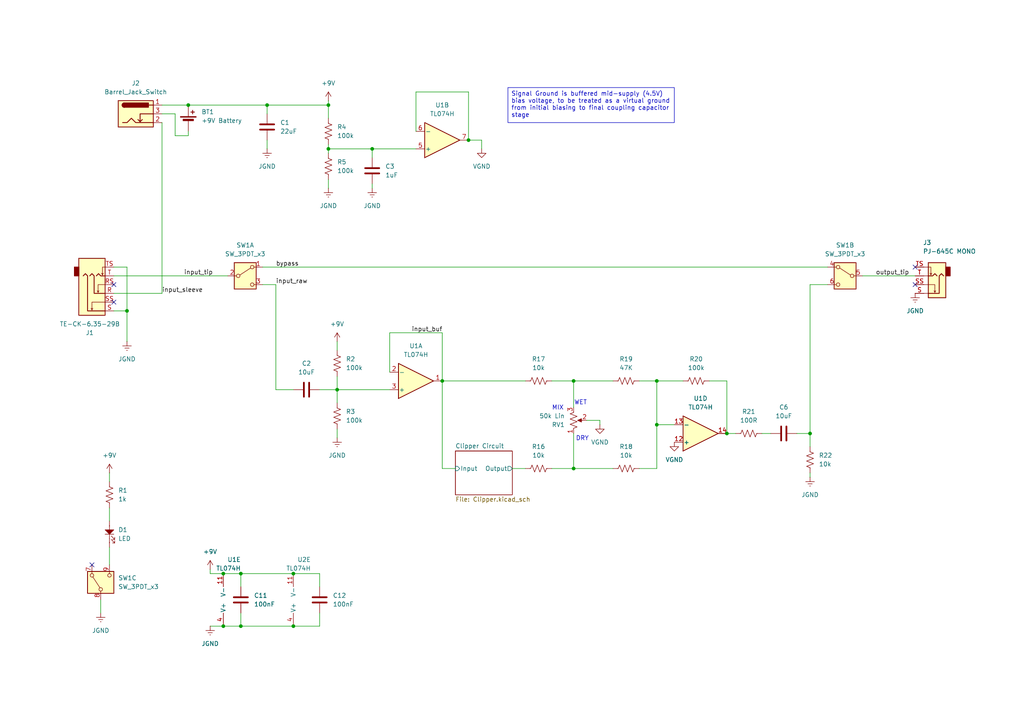
<source format=kicad_sch>
(kicad_sch (version 20250114) (generator "eeschema") (generator_version "9.0")
  (paper "A4")
  (title_block (title "Over-Complicated Distortion (OCD)") (date "2025-09-14") (rev "A") (company "Osprey Instruments"))
  (lib_symbols
    (symbol "Amplifier_Operational:TL074" (pin_names (offset 0.127))
      (property "Reference" "U" (at 0 5.08 0))
      (property "Value" "TL074" (at 0 -5.08 0))
      (symbol "TL074_1_1"
        (polyline (pts (xy -5.08 5.08) (xy 5.08 0) (xy -5.08 -5.08) (xy -5.08 5.08)) (stroke (width 0.254)) (fill (type background)))
        (pin input line (at -7.62 2.54 0) (length 2.54) (name "+") (number "3"))
        (pin input line (at -7.62 -2.54 0) (length 2.54) (name "-") (number "2"))
        (pin output line (at 7.62 0 180) (length 2.54) (name "~") (number "1"))
      )
      (symbol "TL074_2_1"
        (polyline (pts (xy -5.08 5.08) (xy 5.08 0) (xy -5.08 -5.08) (xy -5.08 5.08)) (stroke (width 0.254)) (fill (type background)))
        (pin input line (at -7.62 2.54 0) (length 2.54) (name "+") (number "5"))
        (pin input line (at -7.62 -2.54 0) (length 2.54) (name "-") (number "6"))
        (pin output line (at 7.62 0 180) (length 2.54) (name "~") (number "7"))
      )
      (symbol "TL074_3_1"
        (polyline (pts (xy -5.08 5.08) (xy 5.08 0) (xy -5.08 -5.08) (xy -5.08 5.08)) (stroke (width 0.254)) (fill (type background)))
        (pin input line (at -7.62 2.54 0) (length 2.54) (name "+") (number "10"))
        (pin input line (at -7.62 -2.54 0) (length 2.54) (name "-") (number "9"))
        (pin output line (at 7.62 0 180) (length 2.54) (name "~") (number "8"))
      )
      (symbol "TL074_4_1"
        (polyline (pts (xy -5.08 5.08) (xy 5.08 0) (xy -5.08 -5.08) (xy -5.08 5.08)) (stroke (width 0.254)) (fill (type background)))
        (pin input line (at -7.62 2.54 0) (length 2.54) (name "+") (number "12"))
        (pin input line (at -7.62 -2.54 0) (length 2.54) (name "-") (number "13"))
        (pin output line (at 7.62 0 180) (length 2.54) (name "~") (number "14"))
      )
      (symbol "TL074_5_1"
        (pin power_in line (at -2.54 7.62 270) (length 3.81) (name "V+") (number "4"))
        (pin power_in line (at -2.54 -7.62 90) (length 3.81) (name "V-") (number "11"))
      )
    )
    (symbol "Connector:Barrel_Jack_Switch" (pin_names (hide yes))
      (property "Reference" "J" (at 0 5.334 0))
      (property "Value" "Barrel_Jack_Switch" (at 0 -5.08 0))
      (symbol "Barrel_Jack_Switch_0_1"
        (rectangle (start -5.08 3.81) (end 5.08 -3.81) (stroke (width 0.254)) (fill (type background)))
        (polyline (pts (xy -3.81 -2.54) (xy -2.54 -2.54) (xy -1.27 -1.27) (xy 0 -2.54) (xy 2.54 -2.54) (xy 5.08 -2.54)) (stroke (width 0.254)))
        (arc (start -3.302 1.905) (mid -3.9343 2.54) (end -3.302 3.175) (stroke (width 0.254)))
        (arc (start -3.302 1.905) (mid -3.9343 2.54) (end -3.302 3.175) (stroke (width 0.254)) (fill (type outline)))
        (polyline (pts (xy 1.27 -2.286) (xy 1.905 -1.651)) (stroke (width 0.254)))
        (rectangle (start 3.683 3.175) (end -3.302 1.905) (stroke (width 0.254)) (fill (type outline)))
        (polyline (pts (xy 5.08 2.54) (xy 3.81 2.54)) (stroke (width 0.254)))
        (polyline (pts (xy 5.08 0) (xy 1.27 0) (xy 1.27 -2.286) (xy 0.635 -1.651)) (stroke (width 0.254)))
      )
      (symbol "Barrel_Jack_Switch_1_1"
        (pin passive line (at 7.62 2.54 180) (length 2.54) (name "~") (number "1"))
        (pin passive line (at 7.62 0 180) (length 2.54) (name "~") (number "3"))
        (pin passive line (at 7.62 -2.54 180) (length 2.54) (name "~") (number "2"))
      )
    )
    (symbol "Device:Battery_Cell" (pin_numbers (hide yes)) (pin_names (offset 0) (hide yes))
      (property "Reference" "BT" (at 2.54 2.54 0))
      (property "Value" "Battery_Cell" (at 2.54 0 0))
      (symbol "Battery_Cell_0_1"
        (rectangle (start -2.286 1.778) (end 2.286 1.524) (fill (type outline)))
        (rectangle (start -1.524 1.016) (end 1.524 0.508) (fill (type outline)))
        (polyline (pts (xy 0 1.778) (xy 0 2.54)))
        (polyline (pts (xy 0 0.762) (xy 0 0)))
        (polyline (pts (xy 0.762 3.048) (xy 1.778 3.048)) (stroke (width 0.254)))
        (polyline (pts (xy 1.27 3.556) (xy 1.27 2.54)) (stroke (width 0.254)))
      )
      (symbol "Battery_Cell_1_1"
        (pin passive line (at 0 5.08 270) (length 2.54) (name "+") (number "1"))
        (pin passive line (at 0 -2.54 90) (length 2.54) (name "-") (number "2"))
      )
    )
    (symbol "Device:C" (pin_numbers (hide yes)) (pin_names (offset 0.254))
      (property "Reference" "C" (at 0.635 2.54 0))
      (property "Value" "C" (at 0.635 -2.54 0))
      (symbol "C_0_1"
        (polyline (pts (xy -2.032 0.762) (xy 2.032 0.762)) (stroke (width 0.508)))
        (polyline (pts (xy -2.032 -0.762) (xy 2.032 -0.762)) (stroke (width 0.508)))
      )
      (symbol "C_1_1"
        (pin passive line (at 0 3.81 270) (length 2.794) (name "~") (number "1"))
        (pin passive line (at 0 -3.81 90) (length 2.794) (name "~") (number "2"))
      )
    )
    (symbol "Device:R_Potentiometer_US" (pin_names (offset 1.016) (hide yes))
      (property "Reference" "RV" (at -4.445 0 90))
      (property "Value" "R_Potentiometer_US" (at -2.54 0 90))
      (symbol "R_Potentiometer_US_0_1"
        (polyline (pts (xy 0 2.54) (xy 0 2.286)))
        (polyline (pts (xy 0 2.286) (xy 1.016 1.905) (xy 0 1.524) (xy -1.016 1.143) (xy 0 0.762)))
        (polyline (pts (xy 0 0.762) (xy 1.016 0.381) (xy 0 0) (xy -1.016 -0.381) (xy 0 -0.762)))
        (polyline (pts (xy 0 -0.762) (xy 1.016 -1.143) (xy 0 -1.524) (xy -1.016 -1.905) (xy 0 -2.286)))
        (polyline (pts (xy 0 -2.286) (xy 0 -2.54)))
        (polyline (pts (xy 1.143 0) (xy 2.286 0.508) (xy 2.286 -0.508) (xy 1.143 0)) (fill (type outline)))
        (polyline (pts (xy 2.54 0) (xy 1.524 0)))
      )
      (symbol "R_Potentiometer_US_1_1"
        (pin passive line (at 0 3.81 270) (length 1.27) (name "1") (number "1"))
        (pin passive line (at 0 -3.81 90) (length 1.27) (name "3") (number "3"))
        (pin passive line (at 3.81 0 180) (length 1.27) (name "2") (number "2"))
      )
    )
    (symbol "Device:R_US" (pin_numbers (hide yes)) (pin_names (offset 0))
      (property "Reference" "R" (at 2.54 0 90))
      (property "Value" "R_US" (at -2.54 0 90))
      (symbol "R_US_0_1"
        (polyline (pts (xy 0 2.286) (xy 0 2.54)))
        (polyline (pts (xy 0 2.286) (xy 1.016 1.905) (xy 0 1.524) (xy -1.016 1.143) (xy 0 0.762)))
        (polyline (pts (xy 0 0.762) (xy 1.016 0.381) (xy 0 0) (xy -1.016 -0.381) (xy 0 -0.762)))
        (polyline (pts (xy 0 -0.762) (xy 1.016 -1.143) (xy 0 -1.524) (xy -1.016 -1.905) (xy 0 -2.286)))
        (polyline (pts (xy 0 -2.286) (xy 0 -2.54)))
      )
      (symbol "R_US_1_1"
        (pin passive line (at 0 3.81 270) (length 1.27) (name "~") (number "1"))
        (pin passive line (at 0 -3.81 90) (length 1.27) (name "~") (number "2"))
      )
    )
    (symbol "Osprey_Symbols:PJ-644C MONO"
      (property "Reference" "J" (at 0 11.43 0))
      (property "Value" "PJ-644C MONO" (at 0 8.89 0))
      (symbol "PJ-644C MONO_0_1"
        (rectangle (start -3.81 6.35) (end 1.27 -3.81) (stroke (width 0.254)) (fill (type background)))
        (rectangle (start -3.81 -2.54) (end -5.08 0) (stroke (width 0.254)) (fill (type outline)))
        (polyline (pts (xy -1.27 0) (xy -0.635 -0.635) (xy 0 0) (xy 1.27 0)) (stroke (width 0.254)))
        (polyline (pts (xy -0.635 4.826) (xy -0.381 4.318)))
        (polyline (pts (xy 0.508 -0.254) (xy 0.762 -0.762)))
        (polyline (pts (xy 1.27 5.08) (xy -1.905 5.08) (xy -1.905 0) (xy -2.54 -0.635) (xy -3.175 0)) (stroke (width 0.254)))
        (polyline (pts (xy 1.27 2.54) (xy 2.54 2.54)))
        (polyline (pts (xy 1.27 2.54) (xy -0.635 2.54) (xy -0.635 4.826) (xy -0.889 4.318)))
        (polyline (pts (xy 1.27 -2.54) (xy 2.54 -2.54)))
        (polyline (pts (xy 1.27 -2.54) (xy 0.508 -2.54) (xy 0.508 -0.254) (xy 0.254 -0.762)))
        (polyline (pts (xy 2.54 5.08) (xy 1.27 5.08)))
        (polyline (pts (xy 2.54 0) (xy 1.27 0)))
      )
      (symbol "PJ-644C MONO_1_1"
        (pin passive line (at 5.08 5.08 180) (length 2.54) (name "~") (number "S"))
        (pin passive line (at 5.08 2.54 180) (length 2.54) (name "~") (number "SS"))
        (pin passive line (at 5.08 0 180) (length 2.54) (name "~") (number "T"))
        (pin passive line (at 5.08 -2.54 180) (length 2.54) (name "~") (number "TS"))
      )
    )
    (symbol "Osprey_Symbols:SW_3PDT_x3" (pin_names (offset 0) (hide yes))
      (property "Reference" "SW" (at 0 5.08 0))
      (property "Value" "SW_3PDT_x3" (at 0 -5.08 0))
      (symbol "SW_3PDT_x3_0_0"
        (circle (center -2.032 0) (radius 0.508))
        (circle (center 2.032 -2.54) (radius 0.508))
      )
      (symbol "SW_3PDT_x3_0_1"
        (rectangle (start -3.175 3.81) (end 3.175 -3.81) (stroke (width 0.254)) (fill (type background)))
        (polyline (pts (xy -1.524 0.254) (xy 1.5748 2.286)))
        (circle (center 2.032 2.54) (radius 0.508))
      )
      (symbol "SW_3PDT_x3_1_1"
        (pin passive line (at -5.08 0 0) (length 2.54) (name "B") (number "2"))
        (pin passive line (at 5.08 2.54 180) (length 2.54) (name "A") (number "1"))
        (pin passive line (at 5.08 -2.54 180) (length 2.54) (name "C") (number "3"))
      )
      (symbol "SW_3PDT_x3_2_1"
        (pin passive line (at -5.08 0 0) (length 2.54) (name "B") (number "5"))
        (pin passive line (at 5.08 2.54 180) (length 2.54) (name "A") (number "4"))
        (pin passive line (at 5.08 -2.54 180) (length 2.54) (name "C") (number "6"))
      )
      (symbol "SW_3PDT_x3_3_1"
        (pin passive line (at -5.08 0 0) (length 2.54) (name "B") (number "8"))
        (pin passive line (at 5.08 2.54 180) (length 2.54) (name "A") (number "7"))
        (pin passive line (at 5.08 -2.54 180) (length 2.54) (name "C") (number "9"))
      )
    )
    (symbol "Osprey_Symbols:TE-CK-6.35-29B"
      (property "Reference" "J" (at 0 11.43 0))
      (property "Value" "TE-CK-6.35-29B" (at 0 8.89 0))
      (symbol "TE-CK-6.35-29B_0_1"
        (rectangle (start -5.08 -5.08) (end -6.35 -7.62) (stroke (width 0.254)) (fill (type outline)))
        (rectangle (start 2.54 6.35) (end -5.08 -10.16) (stroke (width 0.254)) (fill (type background)))
      )
      (symbol "TE-CK-6.35-29B_1_1"
        (polyline (pts (xy -1.905 -5.08) (xy -1.27 -5.715) (xy -0.635 -5.08) (xy -0.635 0) (xy 2.54 0)) (stroke (width 0.254)))
        (polyline (pts (xy -1.27 4.826) (xy -1.016 4.318)))
        (polyline (pts (xy 0 -5.08) (xy 0.635 -5.715) (xy 1.27 -5.08) (xy 2.54 -5.08)) (stroke (width 0.254)))
        (polyline (pts (xy 0.508 -0.254) (xy 0.762 -0.762)))
        (polyline (pts (xy 1.778 -5.334) (xy 2.032 -5.842)))
        (polyline (pts (xy 2.54 5.08) (xy -2.54 5.08) (xy -2.54 -5.08) (xy -3.175 -5.715) (xy -3.81 -5.08)) (stroke (width 0.254)))
        (polyline (pts (xy 2.54 2.54) (xy -1.27 2.54) (xy -1.27 4.826) (xy -1.524 4.318)))
        (polyline (pts (xy 2.54 -2.54) (xy 0.508 -2.54) (xy 0.508 -0.254) (xy 0.254 -0.762)))
        (polyline (pts (xy 2.54 -7.62) (xy 1.778 -7.62) (xy 1.778 -5.334) (xy 1.524 -5.842)))
        (pin passive line (at 5.08 5.08 180) (length 2.54) (name "~") (number "S"))
        (pin passive line (at 5.08 2.54 180) (length 2.54) (name "~") (number "SS"))
        (pin passive line (at 5.08 0 180) (length 2.54) (name "~") (number "R"))
        (pin passive line (at 5.08 -2.54 180) (length 2.54) (name "~") (number "RS"))
        (pin passive line (at 5.08 -5.08 180) (length 2.54) (name "~") (number "T"))
        (pin passive line (at 5.08 -7.62 180) (length 2.54) (name "~") (number "TS"))
      )
    )
    (symbol "PCM_SL_Devices:LED"
      (property "Reference" "D" (at -0.508 5.334 0))
      (property "Value" "LED" (at -0.508 2.794 0))
      (symbol "LED_0_1"
        (polyline (pts (xy -1.27 0) (xy -2.54 0)))
        (polyline (pts (xy 0 1.27) (xy 0 -1.27)))
        (polyline (pts (xy 0 0) (xy -1.27 -1.27) (xy -1.27 1.27) (xy 0 0) (xy 1.27 0)) (fill (type outline)))
        (polyline (pts (xy 0.508 0.508) (xy 1.524 1.524)))
        (polyline (pts (xy 1.27 0) (xy 2.54 0)))
        (polyline (pts (xy 1.524 1.524) (xy 0.889 1.524)))
        (polyline (pts (xy 1.524 1.524) (xy 1.524 0.889)))
        (polyline (pts (xy 1.524 0.508) (xy 2.54 1.524)))
        (polyline (pts (xy 2.54 1.524) (xy 1.905 1.524)))
        (polyline (pts (xy 2.54 1.524) (xy 2.54 0.889)))
      )
      (symbol "LED_1_1"
        (pin passive line (at -3.81 0 0) (length 1.5) (name "") (number "2"))
        (pin passive line (at 3.81 0 180) (length 1.5) (name "~") (number "1"))
      )
    )
    (symbol "power:+9V" (power) (pin_numbers (hide yes)) (pin_names (offset 0) (hide yes))
      (property "Value" "+9V" (at 0 3.556 0))
      (symbol "+9V_0_1"
        (polyline (pts (xy -0.762 1.27) (xy 0 2.54)))
        (polyline (pts (xy 0 2.54) (xy 0.762 1.27)))
        (polyline (pts (xy 0 0) (xy 0 2.54)))
      )
      (symbol "+9V_1_1"
        (pin power_in line (at 0 0 90) (length 0) (name "~") (number "1"))
      )
    )
    (symbol "power:Earth" (power) (pin_numbers (hide yes)) (pin_names (offset 0) (hide yes))
      (property "Value" "Earth" (at 0 -3.81 0))
      (symbol "Earth_0_1"
        (polyline (pts (xy -0.635 -1.905) (xy 0.635 -1.905)))
        (polyline (pts (xy -0.127 -2.54) (xy 0.127 -2.54)))
        (polyline (pts (xy 0 -1.27) (xy 0 0)))
        (polyline (pts (xy 1.27 -1.27) (xy -1.27 -1.27)))
      )
      (symbol "Earth_1_1"
        (pin power_in line (at 0 0 270) (length 0) (name "~") (number "1"))
      )
    )
    (symbol "power:GND" (power) (pin_numbers (hide yes)) (pin_names (offset 0) (hide yes))
      (property "Value" "GND" (at 0 -3.81 0))
      (symbol "GND_0_1"
        (polyline (pts (xy 0 0) (xy 0 -1.27) (xy 1.27 -1.27) (xy 0 -2.54) (xy -1.27 -1.27) (xy 0 -1.27)))
      )
      (symbol "GND_1_1"
        (pin power_in line (at 0 0 270) (length 0) (name "~") (number "1"))
      )
    )
  )
  (text "WET" (at 168.402 116.84 0) (effects (font (size 1.27 1.27))))
  (text "DRY" (at 168.91 127.254 0) (effects (font (size 1.27 1.27))))
  (text "MIX" (at 161.798 118.364 0) (effects (font (size 1.27 1.27))))
  (text_box "Signal Ground is buffered mid-supply (4.5V) bias voltage, to be treated as a virtual ground from initial biasing to final coupling capacitor stage" (at 147.32 25.4 0) (size 48.26 10.16) (margins 0.9525 0.9525 0.9525 0.9525) (effects (font (size 1.27 1.27)) (justify left top)))
  (junction (at 210.82 125.73))
  (junction (at 85.09 166.37))
  (junction (at 190.5 123.19))
  (junction (at 166.37 110.49))
  (junction (at 97.79 113.03))
  (junction (at 64.77 166.37))
  (junction (at 85.09 181.61))
  (junction (at 95.25 43.18))
  (junction (at 69.85 166.37))
  (junction (at 190.5 110.49))
  (junction (at 36.83 90.17))
  (junction (at 64.77 181.61))
  (junction (at 69.85 181.61))
  (junction (at 54.61 30.48))
  (junction (at 107.95 43.18))
  (junction (at 128.27 110.49))
  (junction (at 234.95 125.73))
  (junction (at 166.37 135.89))
  (junction (at 77.47 30.48))
  (junction (at 135.89 40.64))
  (junction (at 95.25 30.48))
  (no_connect (at 26.67 163.83))
  (no_connect (at 265.43 77.47))
  (no_connect (at 265.43 82.55))
  (no_connect (at 33.02 82.55))
  (no_connect (at 33.02 87.63))
  (wire (pts (xy 185.42 110.49) (xy 190.5 110.49)))
  (wire (pts (xy 60.96 166.37) (xy 64.77 166.37)))
  (wire (pts (xy 31.75 158.75) (xy 31.75 163.83)))
  (wire (pts (xy 166.37 110.49) (xy 160.02 110.49)))
  (wire (pts (xy 135.89 26.67) (xy 135.89 40.64)))
  (wire (pts (xy 46.99 30.48) (xy 54.61 30.48)))
  (wire (pts (xy 173.99 123.19) (xy 173.99 121.92)))
  (wire (pts (xy 107.95 43.18) (xy 107.95 45.72)))
  (wire (pts (xy 139.7 40.64) (xy 135.89 40.64)))
  (wire (pts (xy 80.01 82.55) (xy 76.2 82.55)))
  (wire (pts (xy 234.95 125.73) (xy 231.14 125.73)))
  (wire (pts (xy 60.96 165.1) (xy 60.96 166.37)))
  (wire (pts (xy 210.82 110.49) (xy 210.82 125.73)))
  (wire (pts (xy 95.25 43.18) (xy 95.25 44.45)))
  (wire (pts (xy 95.25 52.07) (xy 95.25 54.61)))
  (wire (pts (xy 33.02 90.17) (xy 36.83 90.17)))
  (wire (pts (xy 77.47 30.48) (xy 77.47 33.02)))
  (wire (pts (xy 50.8 39.37) (xy 54.61 39.37)))
  (wire (pts (xy 36.83 90.17) (xy 36.83 99.06)))
  (wire (pts (xy 46.99 33.02) (xy 50.8 33.02)))
  (wire (pts (xy 77.47 40.64) (xy 77.47 43.18)))
  (wire (pts (xy 31.75 147.32) (xy 31.75 151.13)))
  (wire (pts (xy 54.61 38.1) (xy 54.61 39.37)))
  (wire (pts (xy 80.01 113.03) (xy 80.01 82.55)))
  (wire (pts (xy 166.37 110.49) (xy 177.8 110.49)))
  (wire (pts (xy 92.71 170.18) (xy 92.71 166.37)))
  (wire (pts (xy 128.27 135.89) (xy 132.08 135.89)))
  (wire (pts (xy 85.09 113.03) (xy 80.01 113.03)))
  (wire (pts (xy 128.27 110.49) (xy 128.27 135.89)))
  (wire (pts (xy 128.27 96.52) (xy 128.27 110.49)))
  (wire (pts (xy 220.98 125.73) (xy 223.52 125.73)))
  (wire (pts (xy 50.8 33.02) (xy 50.8 39.37)))
  (wire (pts (xy 120.65 38.1) (xy 120.65 26.67)))
  (wire (pts (xy 173.99 121.92) (xy 170.18 121.92)))
  (wire (pts (xy 33.02 77.47) (xy 36.83 77.47)))
  (wire (pts (xy 234.95 129.54) (xy 234.95 125.73)))
  (wire (pts (xy 31.75 137.16) (xy 31.75 139.7)))
  (wire (pts (xy 60.96 181.61) (xy 64.77 181.61)))
  (wire (pts (xy 113.03 96.52) (xy 128.27 96.52)))
  (wire (pts (xy 92.71 166.37) (xy 85.09 166.37)))
  (wire (pts (xy 234.95 82.55) (xy 234.95 125.73)))
  (wire (pts (xy 190.5 123.19) (xy 195.58 123.19)))
  (wire (pts (xy 97.79 109.22) (xy 97.79 113.03)))
  (wire (pts (xy 166.37 135.89) (xy 177.8 135.89)))
  (wire (pts (xy 69.85 181.61) (xy 85.09 181.61)))
  (wire (pts (xy 190.5 110.49) (xy 198.12 110.49)))
  (wire (pts (xy 54.61 30.48) (xy 77.47 30.48)))
  (wire (pts (xy 166.37 135.89) (xy 160.02 135.89)))
  (wire (pts (xy 33.02 80.01) (xy 66.04 80.01)))
  (wire (pts (xy 234.95 137.16) (xy 234.95 138.43)))
  (wire (pts (xy 69.85 166.37) (xy 69.85 170.18)))
  (wire (pts (xy 95.25 41.91) (xy 95.25 43.18)))
  (wire (pts (xy 120.65 26.67) (xy 135.89 26.67)))
  (wire (pts (xy 210.82 125.73) (xy 213.36 125.73)))
  (wire (pts (xy 95.25 34.29) (xy 95.25 30.48)))
  (wire (pts (xy 113.03 107.95) (xy 113.03 96.52)))
  (wire (pts (xy 92.71 177.8) (xy 92.71 181.61)))
  (wire (pts (xy 166.37 118.11) (xy 166.37 110.49)))
  (wire (pts (xy 113.03 113.03) (xy 97.79 113.03)))
  (wire (pts (xy 166.37 125.73) (xy 166.37 135.89)))
  (wire (pts (xy 95.25 29.21) (xy 95.25 30.48)))
  (wire (pts (xy 76.2 77.47) (xy 240.03 77.47)))
  (wire (pts (xy 95.25 43.18) (xy 107.95 43.18)))
  (wire (pts (xy 29.21 177.8) (xy 29.21 173.99)))
  (wire (pts (xy 46.99 85.09) (xy 33.02 85.09)))
  (wire (pts (xy 92.71 181.61) (xy 85.09 181.61)))
  (wire (pts (xy 107.95 43.18) (xy 120.65 43.18)))
  (wire (pts (xy 69.85 177.8) (xy 69.85 181.61)))
  (wire (pts (xy 97.79 124.46) (xy 97.79 127)))
  (wire (pts (xy 240.03 82.55) (xy 234.95 82.55)))
  (wire (pts (xy 97.79 99.06) (xy 97.79 101.6)))
  (wire (pts (xy 139.7 40.64) (xy 139.7 43.18)))
  (wire (pts (xy 64.77 181.61) (xy 69.85 181.61)))
  (wire (pts (xy 97.79 113.03) (xy 97.79 116.84)))
  (wire (pts (xy 250.19 80.01) (xy 265.43 80.01)))
  (wire (pts (xy 97.79 113.03) (xy 92.71 113.03)))
  (wire (pts (xy 190.5 110.49) (xy 190.5 123.19)))
  (wire (pts (xy 190.5 123.19) (xy 190.5 135.89)))
  (wire (pts (xy 185.42 135.89) (xy 190.5 135.89)))
  (wire (pts (xy 205.74 110.49) (xy 210.82 110.49)))
  (wire (pts (xy 46.99 35.56) (xy 46.99 85.09)))
  (wire (pts (xy 95.25 30.48) (xy 77.47 30.48)))
  (wire (pts (xy 148.59 135.89) (xy 152.4 135.89)))
  (wire (pts (xy 36.83 77.47) (xy 36.83 90.17)))
  (wire (pts (xy 128.27 110.49) (xy 152.4 110.49)))
  (wire (pts (xy 107.95 53.34) (xy 107.95 54.61)))
  (wire (pts (xy 69.85 166.37) (xy 85.09 166.37)))
  (wire (pts (xy 64.77 166.37) (xy 69.85 166.37)))
  (label "bypass" (at 80.01 77.47 0))
  (label "output_tip" (at 254 80.01 0))
  (label "input_sleeve" (at 46.99 85.09 0))
  (label "input_raw" (at 80.01 82.55 0))
  (label "input_buf" (at 119.38 96.52 0))
  (label "input_tip" (at 53.34 80.01 0))
  (symbol (lib_id "Device:C") (at 69.85 173.99 180) (unit 1)
    (property "Reference" "C11" (at 73.66 172.7199 0) (effects (justify right)))
    (property "Value" "100nF" (at 73.66 175.2599 0) (effects (justify right)))
    (property "Description" "Unpolarized capacitor" (effects (hide yes)))
  )
  (symbol (lib_id "power:Earth") (at 234.95 138.43 0) (unit 1)
    (property "Reference" "#PWR017" (effects (hide yes)))
    (property "Value" "JGND" (at 234.95 143.51 0))
    (property "Description" "Power symbol creates a global label with name \"Earth\"" (effects (hide yes)))
  )
  (symbol (lib_id "power:Earth") (at 29.21 177.8 0) (unit 1)
    (property "Reference" "#PWR04" (effects (hide yes)))
    (property "Value" "JGND" (at 29.21 182.88 0))
    (property "Description" "Power symbol creates a global label with name \"Earth\"" (effects (hide yes)))
  )
  (symbol (lib_id "Amplifier_Operational:TL074") (at 120.65 110.49 0) (mirror x) (unit 1)
    (property "Reference" "U1" (at 120.65 100.33 0))
    (property "Value" "TL074H" (at 120.65 102.87 0))
    (property "Footprint" "Package_SO:SOIC-14_3.9x8.7mm_P1.27mm" (effects (hide yes)))
    (property "Datasheet" "http://www.ti.com/lit/ds/symlink/tl071.pdf" (effects (hide yes)))
    (property "Description" "Quad Low-Noise JFET-Input Operational Amplifiers, DIP-14/SOIC-14" (effects (hide yes)))
    (property "Manufacturer" "Texas Instruments" (effects (hide yes)))
    (property "Part Number" "TL074HIDR" (effects (hide yes)))
  )
  (symbol (lib_id "Device:R_US") (at 201.93 110.49 90) (unit 1)
    (property "Reference" "R20" (at 201.93 104.14 90))
    (property "Value" "100k" (at 201.93 106.68 90))
    (property "Description" "Resistor, US symbol" (effects (hide yes)))
  )
  (symbol (lib_id "Device:C") (at 88.9 113.03 90) (unit 1)
    (property "Reference" "C2" (at 88.9 105.41 90))
    (property "Value" "10uF" (at 88.9 107.95 90))
    (property "Description" "Unpolarized capacitor" (effects (hide yes)))
  )
  (symbol (lib_id "power:GND") (at 139.7 43.18 0) (unit 1)
    (property "Reference" "#PWR011" (effects (hide yes)))
    (property "Value" "VGND" (at 139.7 48.26 0))
    (property "Description" "Power symbol creates a global label with name \"GND\" , ground" (effects (hide yes)))
  )
  (symbol (lib_id "Device:R_US") (at 181.61 135.89 90) (unit 1)
    (property "Reference" "R18" (at 181.61 129.54 90))
    (property "Value" "10k" (at 181.61 132.08 90))
    (property "Description" "Resistor, US symbol" (effects (hide yes)))
  )
  (symbol (lib_id "power:Earth") (at 36.83 99.06 0) (unit 1)
    (property "Reference" "#PWR01" (effects (hide yes)))
    (property "Value" "JGND" (at 36.83 104.14 0))
    (property "Description" "Power symbol creates a global label with name \"Earth\"" (effects (hide yes)))
  )
  (symbol (lib_id "power:Earth") (at 265.43 85.09 0) (unit 1)
    (property "Reference" "#PWR06" (effects (hide yes)))
    (property "Value" "JGND" (at 265.43 90.17 0))
    (property "Description" "Power symbol creates a global label with name \"Earth\"" (effects (hide yes)))
  )
  (symbol (lib_id "Amplifier_Operational:TL074") (at 87.63 173.99 0) (mirror x) (unit 5)
    (property "Reference" "U2" (at 90.17 162.306 0) (effects (justify right)))
    (property "Value" "TL074H" (at 90.17 164.846 0) (effects (justify right)))
    (property "Footprint" "Package_SO:SOIC-14_3.9x8.7mm_P1.27mm" (effects (hide yes)))
    (property "Datasheet" "http://www.ti.com/lit/ds/symlink/tl071.pdf" (effects (hide yes)))
    (property "Description" "Quad Low-Noise JFET-Input Operational Amplifiers, DIP-14/SOIC-14" (effects (hide yes)))
    (property "Manufacturer" "Texas Instruments" (effects (hide yes)))
    (property "Part Number" "TL074HIDR" (effects (hide yes)))
  )
  (symbol (lib_id "Device:R_US") (at 217.17 125.73 90) (unit 1)
    (property "Reference" "R21" (at 217.17 119.38 90))
    (property "Value" "100R" (at 217.17 121.92 90))
    (property "Description" "Resistor, US symbol" (effects (hide yes)))
  )
  (symbol (lib_id "Device:R_US") (at 97.79 120.65 0) (unit 1)
    (property "Reference" "R3" (at 100.33 119.3799 0) (effects (justify left)))
    (property "Value" "100k" (at 100.33 121.9199 0) (effects (justify left)))
    (property "Description" "Resistor, US symbol" (effects (hide yes)))
  )
  (symbol (lib_id "Amplifier_Operational:TL074") (at 203.2 125.73 0) (mirror x) (unit 4)
    (property "Reference" "U1" (at 203.2 115.57 0))
    (property "Value" "TL074H" (at 203.2 118.11 0))
    (property "Footprint" "Package_SO:SOIC-14_3.9x8.7mm_P1.27mm" (effects (hide yes)))
    (property "Datasheet" "http://www.ti.com/lit/ds/symlink/tl071.pdf" (effects (hide yes)))
    (property "Description" "Quad Low-Noise JFET-Input Operational Amplifiers, DIP-14/SOIC-14" (effects (hide yes)))
    (property "Manufacturer" "Texas Instruments" (effects (hide yes)))
    (property "Part Number" "TL074HIDR" (effects (hide yes)))
  )
  (symbol (lib_id "Device:R_US") (at 156.21 135.89 90) (unit 1)
    (property "Reference" "R16" (at 156.21 129.54 90))
    (property "Value" "10k" (at 156.21 132.08 90))
    (property "Description" "Resistor, US symbol" (effects (hide yes)))
  )
  (symbol (lib_id "Device:R_US") (at 31.75 143.51 0) (unit 1)
    (property "Reference" "R1" (at 34.29 142.2399 0) (effects (justify left)))
    (property "Value" "1k" (at 34.29 144.7799 0) (effects (justify left)))
    (property "Description" "Resistor, US symbol" (effects (hide yes)))
  )
  (symbol (lib_id "power:GND") (at 173.99 123.19 0) (unit 1)
    (property "Reference" "#PWR015" (effects (hide yes)))
    (property "Value" "VGND" (at 173.99 128.27 0))
    (property "Description" "Power symbol creates a global label with name \"GND\" , ground" (effects (hide yes)))
  )
  (symbol (lib_id "Connector:Barrel_Jack_Switch") (at 39.37 33.02 0) (unit 1) (on_board no)
    (property "Reference" "J2" (at 39.37 24.13 0))
    (property "Value" "Barrel_Jack_Switch" (at 39.37 26.67 0))
    (property "Datasheet" "https://www.taydaelectronics.com/datasheets/A-844.jpg" (effects (hide yes)))
    (property "Description" "DC Barrel Jack with an internal switch" (effects (hide yes)))
    (property "Manufacturer" " WEALTH METAL" (effects (hide yes)))
    (property "Part Number" " DC Power Bulkhead Jack 2.1mm" (effects (hide yes)))
    (property "Distributer" "TAYDA" (effects (hide yes)))
    (property "SKU" " A-844" (effects (hide yes)))
  )
  (symbol (lib_id "power:+9V") (at 97.79 99.06 0) (unit 1)
    (property "Reference" "#PWR07" (effects (hide yes)))
    (property "Value" "+9V" (at 97.79 93.98 0))
    (property "Description" "Power symbol creates a global label with name \"+9V\"" (effects (hide yes)))
  )
  (symbol (lib_id "Device:C") (at 92.71 173.99 180) (unit 1)
    (property "Reference" "C12" (at 96.52 172.7199 0) (effects (justify right)))
    (property "Value" "100nF" (at 96.52 175.2599 0) (effects (justify right)))
    (property "Description" "Unpolarized capacitor" (effects (hide yes)))
  )
  (symbol (lib_id "Osprey_Symbols:SW_3PDT_x3") (at 29.21 168.91 90) (unit 3)
    (property "Reference" "SW1" (at 34.29 167.6399 90) (effects (justify right)))
    (property "Value" "SW_3PDT_x3" (at 34.29 170.1799 90) (effects (justify right)))
    (property "Datasheet" "http://www.taydaelectronics.com/datasheets/files/A-331-1.pdf" (effects (hide yes)))
    (property "Description" "Switch, dual pole double throw, separate symbols" (effects (hide yes)))
    (property "Manufacturer" "PIC" (effects (hide yes)))
    (property "Part Number" " PBS24302" (effects (hide yes)))
    (property "Distributer" "TAYDA" (effects (hide yes)))
    (property "SKU" "A-331" (effects (hide yes)))
  )
  (symbol (lib_id "power:Earth") (at 97.79 127 0) (unit 1)
    (property "Reference" "#PWR08" (effects (hide yes)))
    (property "Value" "JGND" (at 97.79 132.08 0))
    (property "Description" "Power symbol creates a global label with name \"Earth\"" (effects (hide yes)))
  )
  (symbol (lib_id "power:+9V") (at 95.25 29.21 0) (unit 1)
    (property "Reference" "#PWR03" (effects (hide yes)))
    (property "Value" "+9V" (at 95.25 24.13 0))
    (property "Description" "Power symbol creates a global label with name \"+9V\"" (effects (hide yes)))
  )
  (symbol (lib_id "Amplifier_Operational:TL074") (at 128.27 40.64 0) (mirror x) (unit 2)
    (property "Reference" "U1" (at 128.27 30.48 0))
    (property "Value" "TL074H" (at 128.27 33.02 0))
    (property "Footprint" "Package_SO:SOIC-14_3.9x8.7mm_P1.27mm" (effects (hide yes)))
    (property "Datasheet" "http://www.ti.com/lit/ds/symlink/tl071.pdf" (effects (hide yes)))
    (property "Description" "Quad Low-Noise JFET-Input Operational Amplifiers, DIP-14/SOIC-14" (effects (hide yes)))
    (property "Manufacturer" "Texas Instruments" (effects (hide yes)))
    (property "Part Number" "TL074HIDR" (effects (hide yes)))
  )
  (symbol (lib_id "Device:R_US") (at 156.21 110.49 90) (unit 1)
    (property "Reference" "R17" (at 156.21 104.14 90))
    (property "Value" "10k" (at 156.21 106.68 90))
    (property "Description" "Resistor, US symbol" (effects (hide yes)))
  )
  (symbol (lib_id "power:Earth") (at 77.47 43.18 0) (unit 1)
    (property "Reference" "#PWR02" (effects (hide yes)))
    (property "Value" "JGND" (at 77.47 48.26 0))
    (property "Description" "Power symbol creates a global label with name \"Earth\"" (effects (hide yes)))
  )
  (symbol (lib_id "Amplifier_Operational:TL074") (at 67.31 173.99 0) (mirror x) (unit 5)
    (property "Reference" "U1" (at 69.85 162.306 0) (effects (justify right)))
    (property "Value" "TL074H" (at 69.85 164.846 0) (effects (justify right)))
    (property "Footprint" "Package_SO:SOIC-14_3.9x8.7mm_P1.27mm" (effects (hide yes)))
    (property "Datasheet" "http://www.ti.com/lit/ds/symlink/tl071.pdf" (effects (hide yes)))
    (property "Description" "Quad Low-Noise JFET-Input Operational Amplifiers, DIP-14/SOIC-14" (effects (hide yes)))
    (property "Manufacturer" "Texas Instruments" (effects (hide yes)))
    (property "Part Number" "TL074HIDR" (effects (hide yes)))
  )
  (symbol (lib_id "Device:R_US") (at 95.25 38.1 0) (unit 1)
    (property "Reference" "R4" (at 97.79 36.8299 0) (effects (justify left)))
    (property "Value" "100k" (at 97.79 39.3699 0) (effects (justify left)))
    (property "Description" "Resistor, US symbol" (effects (hide yes)))
  )
  (symbol (lib_id "power:Earth") (at 107.95 54.61 0) (unit 1)
    (property "Reference" "#PWR010" (effects (hide yes)))
    (property "Value" "JGND" (at 107.95 59.69 0))
    (property "Description" "Power symbol creates a global label with name \"Earth\"" (effects (hide yes)))
  )
  (symbol (lib_id "Device:R_US") (at 181.61 110.49 90) (unit 1)
    (property "Reference" "R19" (at 181.61 104.14 90))
    (property "Value" "47K" (at 181.61 106.68 90))
    (property "Description" "Resistor, US symbol" (effects (hide yes)))
  )
  (symbol (lib_id "Device:R_US") (at 234.95 133.35 180) (unit 1)
    (property "Reference" "R22" (at 237.49 132.0799 0) (effects (justify right)))
    (property "Value" "10k" (at 237.49 134.6199 0) (effects (justify right)))
    (property "Description" "Resistor, US symbol" (effects (hide yes)))
  )
  (symbol (lib_id "Device:R_US") (at 95.25 48.26 0) (unit 1)
    (property "Reference" "R5" (at 97.79 46.9899 0) (effects (justify left)))
    (property "Value" "100k" (at 97.79 49.5299 0) (effects (justify left)))
    (property "Description" "Resistor, US symbol" (effects (hide yes)))
  )
  (symbol (lib_id "power:GND") (at 195.58 128.27 0) (unit 1)
    (property "Reference" "#PWR016" (effects (hide yes)))
    (property "Value" "VGND" (at 195.58 133.35 0))
    (property "Description" "Power symbol creates a global label with name \"GND\" , ground" (effects (hide yes)))
  )
  (symbol (lib_id "Device:C") (at 227.33 125.73 90) (unit 1)
    (property "Reference" "C6" (at 227.33 118.11 90))
    (property "Value" "10uF" (at 227.33 120.65 90))
    (property "Description" "Unpolarized capacitor" (effects (hide yes)))
  )
  (symbol (lib_id "Device:C") (at 107.95 49.53 0) (unit 1)
    (property "Reference" "C3" (at 111.76 48.2599 0) (effects (justify left)))
    (property "Value" "1uF" (at 111.76 50.7999 0) (effects (justify left)))
    (property "Description" "Unpolarized capacitor" (effects (hide yes)))
  )
  (symbol (lib_id "power:Earth") (at 60.96 181.61 0) (unit 1)
    (property "Reference" "#PWR024" (effects (hide yes)))
    (property "Value" "JGND" (at 60.96 186.69 0))
    (property "Description" "Power symbol creates a global label with name \"Earth\"" (effects (hide yes)))
  )
  (symbol (lib_id "Device:Battery_Cell") (at 54.61 35.56 0) (unit 1)
    (property "Reference" "BT1" (at 58.42 32.4484 0) (effects (justify left)))
    (property "Value" "+9V Battery" (at 58.42 34.9884 0) (effects (justify left)))
    (property "Description" "Single-cell battery" (effects (hide yes)))
    (property "Manufacturer" "TAWAIN" (effects (hide yes)))
    (property "Part Number" "BH9VPC" (effects (hide yes)))
    (property "Distributer" "TAYDA" (effects (hide yes)))
    (property "SKU" " A-843" (effects (hide yes)))
  )
  (symbol (lib_id "Osprey_Symbols:PJ-644C MONO") (at 270.51 80.01 180) (unit 1) (on_board no)
    (property "Reference" "J3" (at 267.716 70.358 0) (effects (justify right)))
    (property "Value" "PJ-645C MONO" (at 267.716 72.898 0) (effects (justify right)))
    (property "Footprint" "Osprey_Footprints:PJ-644C MONO" (effects (hide yes)))
    (property "Datasheet" "http://www.taydaelectronics.com/datasheets/files/A-6042.pdf" (effects (hide yes)))
    (property "Description" "6.35mm 1/4\" Mono Insulated Switched Socket Jack Solder Lugs" (effects (hide yes)))
    (property "Manufacturer" "TAYDA" (effects (hide yes)))
    (property "Part Number" "PJ-645C MONO" (effects (hide yes)))
    (property "Distributer" "TAYDA" (effects (hide yes)))
    (property "SKU" " A-6042" (effects (hide yes)))
  )
  (symbol (lib_id "Device:C") (at 77.47 36.83 0) (unit 1)
    (property "Reference" "C1" (at 81.28 35.5599 0) (effects (justify left)))
    (property "Value" "22uF" (at 81.28 38.0999 0) (effects (justify left)))
    (property "Description" "Unpolarized capacitor" (effects (hide yes)))
  )
  (symbol (lib_id "PCM_SL_Devices:LED") (at 31.75 154.94 270) (unit 1)
    (property "Reference" "D1" (at 34.29 153.6699 90) (effects (justify left)))
    (property "Value" "LED" (at 34.29 156.2099 90) (effects (justify left)))
    (property "Footprint" "LED_THT:LED_D5.0mm" (effects (hide yes)))
    (property "Description" "Common 5mm diameter LED" (effects (hide yes)))
  )
  (symbol (lib_id "Osprey_Symbols:TE-CK-6.35-29B") (at 27.94 85.09 0) (mirror x) (unit 1) (on_board no)
    (property "Reference" "J1" (at 26.035 96.52 0))
    (property "Value" "TE-CK-6.35-29B" (at 26.035 93.98 0))
    (property "Footprint" "Osprey_Footprints:TE-CK-6.35-29B" (effects (hide yes)))
    (property "Datasheet" "https://www.taydaelectronics.com/datasheets/1121-1.jpg" (effects (hide yes)))
    (property "Description" "Audio Jack, 3 Poles (Stereo / TRS), 3 Switched Poles (Normalling), Solder Lug, Horizontal Mount" (effects (hide yes)))
    (property "Manufacturer" "TAYDA" (effects (hide yes)))
    (property "Part Number" " TE-PJ-645C" (effects (hide yes)))
    (property "Distributer" "TAYDA" (effects (hide yes)))
    (property "SKU" " A-3575" (effects (hide yes)))
  )
  (symbol (lib_id "Osprey_Symbols:SW_3PDT_x3") (at 71.12 80.01 0) (unit 1)
    (property "Reference" "SW1" (at 71.12 71.12 0))
    (property "Value" "SW_3PDT_x3" (at 71.12 73.66 0))
    (property "Datasheet" "http://www.taydaelectronics.com/datasheets/files/A-331-1.pdf" (effects (hide yes)))
    (property "Description" "Switch, dual pole double throw, separate symbols" (effects (hide yes)))
    (property "Manufacturer" "PIC" (effects (hide yes)))
    (property "Part Number" " PBS24302" (effects (hide yes)))
    (property "Distributer" "TAYDA" (effects (hide yes)))
    (property "SKU" "A-331" (effects (hide yes)))
  )
  (symbol (lib_id "power:+9V") (at 60.96 165.1 0) (unit 1)
    (property "Reference" "#PWR025" (effects (hide yes)))
    (property "Value" "+9V" (at 60.96 160.02 0))
    (property "Description" "Power symbol creates a global label with name \"+9V\"" (effects (hide yes)))
  )
  (symbol (lib_id "Device:R_US") (at 97.79 105.41 0) (unit 1)
    (property "Reference" "R2" (at 100.33 104.1399 0) (effects (justify left)))
    (property "Value" "100k" (at 100.33 106.6799 0) (effects (justify left)))
    (property "Description" "Resistor, US symbol" (effects (hide yes)))
  )
  (symbol (lib_id "power:+9V") (at 31.75 137.16 0) (unit 1)
    (property "Reference" "#PWR05" (effects (hide yes)))
    (property "Value" "+9V" (at 31.75 132.08 0))
    (property "Description" "Power symbol creates a global label with name \"+9V\"" (effects (hide yes)))
  )
  (symbol (lib_id "Osprey_Symbols:SW_3PDT_x3") (at 245.11 80.01 0) (mirror y) (unit 2)
    (property "Reference" "SW1" (at 245.11 71.12 0))
    (property "Value" "SW_3PDT_x3" (at 245.11 73.66 0))
    (property "Datasheet" "http://www.taydaelectronics.com/datasheets/files/A-331-1.pdf" (effects (hide yes)))
    (property "Description" "Switch, dual pole double throw, separate symbols" (effects (hide yes)))
    (property "Manufacturer" "PIC" (effects (hide yes)))
    (property "Part Number" " PBS24302" (effects (hide yes)))
    (property "Distributer" "TAYDA" (effects (hide yes)))
    (property "SKU" "A-331" (effects (hide yes)))
  )
  (symbol (lib_id "power:Earth") (at 95.25 54.61 0) (unit 1)
    (property "Reference" "#PWR09" (effects (hide yes)))
    (property "Value" "JGND" (at 95.25 59.69 0))
    (property "Description" "Power symbol creates a global label with name \"Earth\"" (effects (hide yes)))
  )
  (symbol (lib_id "Device:R_Potentiometer_US") (at 166.37 121.92 0) (mirror x) (unit 1)
    (property "Reference" "RV1" (at 163.83 123.1901 0) (effects (justify right)))
    (property "Value" "50k Lin" (at 163.83 120.6501 0) (effects (justify right)))
    (property "Footprint" "Osprey_Footprints:RV16AF-41" (effects (hide yes)))
    (property "Datasheet" "http://www.taydaelectronics.com/datasheets/files/A-5419-1.pdf" (effects (hide yes)))
    (property "Description" "TAYDA 50K OHM Linear Taper Potentiometer PCB Mount Round Shaft Dia: 6.35mm" (effects (hide yes)))
    (property "Manufacturer" "ALPHA" (effects (hide yes)))
    (property "Part Number" " RV16106NO-OS15A00-B50K-060C" (effects (hide yes)))
    (property "Distributer" "TAYDA" (effects (hide yes)))
    (property "SKU" "A-5524" (effects (hide yes)))
  )
  (sheet (at 132.08 130.81) (size 16.51 12.7) (stroke (width 0.1524))
    (property "Sheetname" "Clipper Circuit" (at 132.08 130.0984 0) (effects (justify left bottom)))
    (property "Sheetfile" "Clipper.kicad_sch" (at 132.08 144.0946 0) (effects (justify left top)))
    (pin "Input" input (at 132.08 135.89 180))
    (pin "Output" output (at 148.59 135.89 0))
  )
)
</source>
